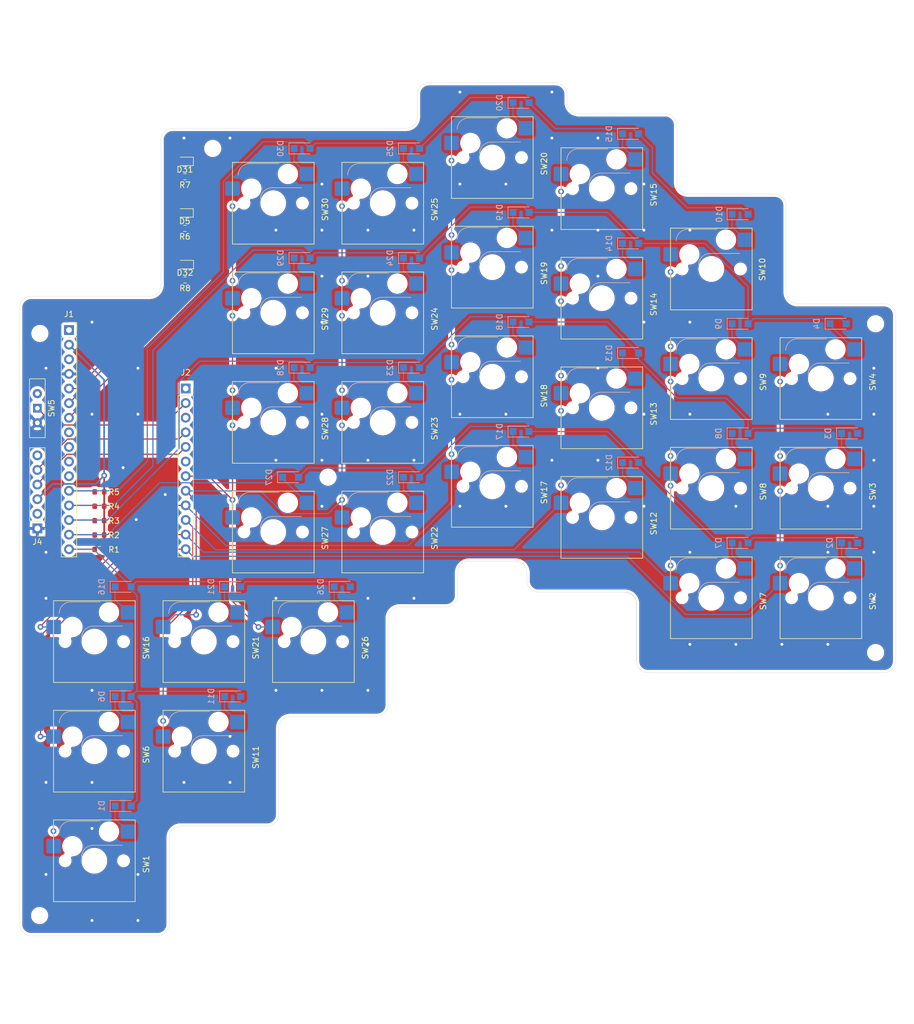
<source format=kicad_pcb>
(kicad_pcb (version 20240108) (generator "pcbnew") (generator_version "8.0")
  (layers (0 "F.Cu" signal) (31 "B.Cu" signal) (34 "B.Paste" user) (35 "F.Paste" user) (36 "B.SilkS" user "B.Silkscreen") (37 "F.SilkS" user "F.Silkscreen") (38 "B.Mask" user) (39 "F.Mask" user) (44 "Edge.Cuts" user))
  (net 0 "")
  (net 1 "/Row_0")
  (net 2 "Net-(D1-K)")
  (net 3 "/Row_1")
  (net 4 "Net-(D2-K)")
  (net 5 "/Row_2")
  (net 6 "Net-(D3-K)")
  (net 7 "/Row_3")
  (net 8 "Net-(D4-K)")
  (net 9 "/Row_4")
  (net 10 "Net-(D6-K)")
  (net 11 "Net-(D7-K)")
  (net 12 "Net-(D8-K)")
  (net 13 "Net-(D9-K)")
  (net 14 "Net-(D10-K)")
  (net 15 "Net-(D11-K)")
  (net 16 "Net-(D12-K)")
  (net 17 "Net-(D13-K)")
  (net 18 "Net-(D14-K)")
  (net 19 "Net-(D15-K)")
  (net 20 "Net-(D16-K)")
  (net 21 "Net-(D17-K)")
  (net 22 "Net-(D18-K)")
  (net 23 "Net-(D19-K)")
  (net 24 "Net-(D20-K)")
  (net 25 "Net-(D21-K)")
  (net 26 "Net-(D22-K)")
  (net 27 "Net-(D23-K)")
  (net 28 "Net-(D24-K)")
  (net 29 "Net-(D25-K)")
  (net 30 "Net-(D26-K)")
  (net 31 "Net-(D27-K)")
  (net 32 "Net-(D28-K)")
  (net 33 "Net-(D29-K)")
  (net 34 "Net-(D30-K)")
  (net 35 "/Col_3")
  (net 36 "/Col_1")
  (net 37 "/Col_5")
  (net 38 "/Col_4")
  (net 39 "/Col_0")
  (net 40 "/Col_2")
  (net 42 "Net-(D5-A)")
  (net 43 "GNDREF")
  (net 44 "Net-(D31-A)")
  (net 45 "+3.3V")
  (net 47 "Net-(D32-A)")
  (net 48 "/RED_LED")
  (net 49 "/GREEN_LED")
  (net 51 "/BLUE_LED")
  (net 52 "unconnected-(J1-Pin_11-Pad11)")
  (net 54 "/UART_TX")
  (net 56 "/EN")
  (net 57 "/UART_RX")
  (footprint "PCM_Switch_Keyboard_Hotswap_Kailh:SW_Hotswap_Kailh_MX_1.00u" (layer "F.Cu") (at 239.77505 102.855)
    (property "Reference" "SW3")
    (property "Value" "SW_Push" (hide yes))
  )
  (footprint "PCM_Switch_Keyboard_Hotswap_Kailh:SW_Hotswap_Kailh_MX_1.00u" (layer "F.Cu") (at 144.52505 91.425)
    (property "Reference" "SW28")
    (property "Value" "SW_Push" (hide yes))
  )
  (footprint "PCM_Switch_Keyboard_Hotswap_Kailh:SW_Hotswap_Kailh_MX_1.00u" (layer "F.Cu") (at 220.72505 83.805)
    (property "Reference" "SW9")
    (property "Value" "SW_Push" (hide yes))
  )
  (footprint "PCM_Switch_Keyboard_Hotswap_Kailh:SW_Hotswap_Kailh_MX_1.00u" (layer "F.Cu") (at 144.52505 110.475)
    (property "Reference" "SW27")
    (property "Value" "SW_Push" (hide yes))
  )
  (footprint "PCM_Switch_Keyboard_Hotswap_Kailh:SW_Hotswap_Kailh_MX_1.00u" (layer "F.Cu") (at 151.51005 129.525)
    (property "Reference" "SW26")
    (property "Value" "SW_Push" (hide yes))
  )
  (footprint "Resistor_SMD:R_0603_1608Metric" (layer "F.Cu") (at 129.195 66.668 180)
    (property "Reference" "R8")
    (property "Value" "R_US" (hide yes))
  )
  (footprint "LED_SMD:LED_0603_1608Metric" (layer "F.Cu") (at 129.175 63.984 180)
    (property "Reference" "D32")
    (property "Value" "LED" (hide yes))
  )
  (footprint "PCM_Switch_Keyboard_Hotswap_Kailh:SW_Hotswap_Kailh_MX_1.00u" (layer "F.Cu") (at 182.62505 83.4875)
    (property "Reference" "SW18")
    (property "Value" "SW_Push" (hide yes))
  )
  (footprint "LED_SMD:LED_0603_1608Metric" (layer "F.Cu") (at 129.135 55.016 180)
    (property "Reference" "D5")
    (property "Value" "LED" (hide yes))
  )
  (footprint "PCM_Switch_Keyboard_Hotswap_Kailh:SW_Hotswap_Kailh_MX_1.00u" (layer "F.Cu") (at 163.57505 110.475)
    (property "Reference" "SW22")
    (property "Value" "SW_Push" (hide yes))
  )
  (footprint "PCM_Switch_Keyboard_Hotswap_Kailh:SW_Hotswap_Kailh_MX_1.00u" (layer "F.Cu") (at 201.67505 107.935)
    (property "Reference" "SW12")
    (property "Value" "SW_Push" (hide yes))
  )
  (footprint "PCM_Switch_Keyboard_Hotswap_Kailh:SW_Hotswap_Kailh_MX_1.00u" (layer "F.Cu") (at 163.57505 72.375)
    (property "Reference" "SW24")
    (property "Value" "SW_Push" (hide yes))
  )
  (footprint "Resistor_SMD:R_0603_1608Metric" (layer "F.Cu") (at 114.295 108.5 180)
    (property "Reference" "R3")
    (property "Value" "R_US" (hide yes))
  )
  (footprint "PCM_Switch_Keyboard_Hotswap_Kailh:SW_Hotswap_Kailh_MX_1.00u" (layer "F.Cu") (at 201.67505 88.885)
    (property "Reference" "SW13")
    (property "Value" "SW_Push" (hide yes))
  )
  (footprint "PCM_Switch_Keyboard_Hotswap_Kailh:SW_Hotswap_Kailh_MX_1.00u" (layer "F.Cu") (at 182.62505 45.3875)
    (property "Reference" "SW20")
    (property "Value" "SW_Push" (hide yes))
  )
  (footprint "PCM_Switch_Keyboard_Hotswap_Kailh:SW_Hotswap_Kailh_MX_1.00u" (layer "F.Cu") (at 144.52505 72.375)
    (property "Reference" "SW29")
    (property "Value" "SW_Push" (hide yes))
  )
  (footprint "PCM_Switch_Keyboard_Hotswap_Kailh:SW_Hotswap_Kailh_MX_1.00u" (layer "F.Cu") (at 220.72505 64.755)
    (property "Reference" "SW10")
    (property "Value" "SW_Push" (hide yes))
  )
  (footprint "Connector_PinSocket_2.54mm:PinSocket_1x16_P2.54mm_Vertical" (layer "F.Cu") (at 109 75.375)
    (property "Reference" "J1")
    (property "Value" "Adafruit_Feather_16_pin" (hide yes))
  )
  (footprint "Resistor_SMD:R_0603_1608Metric" (layer "F.Cu") (at 129.155 57.7 180)
    (property "Reference" "R6")
    (property "Value" "R_US" (hide yes))
  )
  (footprint "PCM_Switch_Keyboard_Hotswap_Kailh:SW_Hotswap_Kailh_MX_1.00u" (layer "F.Cu") (at 239.77505 83.805)
    (property "Reference" "SW4")
    (property "Value" "SW_Push" (hide yes))
  )
  (footprint "PCM_Switch_Keyboard_Hotswap_Kailh:SW_Hotswap_Kailh_MX_1.00u" (layer "F.Cu") (at 132.46005 148.575)
    (property "Reference" "SW11")
    (property "Value" "SW_Push" (hide yes))
  )
  (footprint "PCM_Switch_Keyboard_Hotswap_Kailh:SW_Hotswap_Kailh_MX_1.00u" (layer "F.Cu") (at 220.72505 121.905)
    (property "Reference" "SW7")
    (property "Value" "SW_Push" (hide yes))
  )
  (footprint "PCM_Switch_Keyboard_Hotswap_Kailh:SW_Hotswap_Kailh_MX_1.00u" (layer "F.Cu") (at 239.77505 121.905)
    (property "Reference" "SW2")
    (property "Value" "SW_Push" (hide yes))
  )
  (footprint "LED_SMD:LED_0603_1608Metric" (layer "F.Cu") (at 129.155 46.048 180)
    (property "Reference" "D31")
    (property "Value" "LED" (hide yes))
  )
  (footprint "PCM_Switch_Keyboard_Hotswap_Kailh:SW_Hotswap_Kailh_MX_1.00u" (layer "F.Cu") (at 132.46005 129.525)
    (property "Reference" "SW21")
    (property "Value" "SW_Push" (hide yes))
  )
  (footprint "Resistor_SMD:R_0603_1608Metric" (layer "F.Cu") (at 114.295 106 180)
    (property "Reference" "R4")
    (property "Value" "R_US" (hide yes))
  )
  (footprint "Button_Switch_THT:SW_Slide-03_Wuerth-WS-SLTV_10x2.5x6.4_P2.54mm" (layer "F.Cu") (at 103.5 88.96 90)
    (property "Reference" "SW5")
    (property "Value" "Power enable" (hide yes))
  )
  (footprint "PCM_Switch_Keyboard_Hotswap_Kailh:SW_Hotswap_Kailh_MX_1.00u" (layer "F.Cu") (at 182.62505 64.4375)
    (property "Reference" "SW19")
    (property "Value" "SW_Push" (hide yes))
  )
  (footprint "PCM_Switch_Keyboard_Hotswap_Kailh:SW_Hotswap_Kailh_MX_1.00u" (layer "F.Cu") (at 163.57505 91.425)
    (property "Reference" "SW23")
    (property "Value" "SW_Push" (hide yes))
  )
  (footprint "Connector_PinHeader_2.54mm:PinHeader_1x06_P2.54mm_Vertical" (layer "F.Cu") (at 103.5 109.85 180)
    (property "Reference" "J4")
    (property "Value" "FTDI UART" (hide yes))
  )
  (footprint "PCM_Switch_Keyboard_Hotswap_Kailh:SW_Hotswap_Kailh_MX_1.00u" (layer "F.Cu") (at 201.67505 69.835)
    (property "Reference" "SW14")
    (property "Value" "SW_Push" (hide yes))
  )
  (footprint "PCM_Switch_Keyboard_Hotswap_Kailh:SW_Hotswap_Kailh_MX_1.00u" (layer "F.Cu") (at 201.67505 50.785)
    (property "Reference" "SW15")
    (property "Value" "SW_Push" (hide yes))
  )
  (footprint "Resistor_SMD:R_0603_1608Metric" (layer "F.Cu") (at 114.295 111 180)
    (property "Reference" "R2")
    (property "Value" "R_US" (hide yes))
  )
  (footprint "PCM_Switch_Keyboard_Hotswap_Kailh:SW_Hotswap_Kailh_MX_1.00u" (layer "F.Cu") (at 113.41005 148.575)
    (property "Reference" "SW6")
    (property "Value" "SW_Push" (hide yes))
  )
  (footprint "Connector_PinSocket_2.54mm:PinSocket_1x12_P2.54mm_Vertical" (layer "F.Cu") (at 129.295 85.525)
    (property "Reference" "J2")
    (property "Value" "Adafruit_feather_12_pin" (hide yes))
  )
  (footprint "PCM_Switch_Keyboard_Hotswap_Kailh:SW_Hotswap_Kailh_MX_1.00u" (layer "F.Cu") (at 113.41005 129.525)
    (property "Reference" "SW16")
    (property "Value" "SW_Push" (hide yes))
  )
  (footprint "Resistor_SMD:R_0603_1608Metric" (layer "F.Cu") (at 129.175 48.732 180)
    (property "Reference" "R7")
    (property "Value" "R_US" (hide yes))
  )
  (footprint "PCM_Switch_Keyboard_Hotswap_Kailh:SW_Hotswap_Kailh_MX_1.00u" (layer "F.Cu") (at 163.575 53.325)
    (property "Reference" "SW25")
    (property "Value" "SW_Push" (hide yes))
  )
  (footprint "Resistor_SMD:R_0603_1608Metric" (layer "F.Cu") (at 114.295 113.5 180)
    (property "Reference" "R1")
    (property "Value" "R_US" (hide yes))
  )
  (footprint "PCM_Switch_Keyboard_Hotswap_Kailh:SW_Hotswap_Kailh_MX_1.00u" (layer "F.Cu") (at 182.62505 102.5375)
    (property "Reference" "SW17")
    (property "Value" "SW_Push" (hide yes))
  )
  (footprint "PCM_Switch_Keyboard_Hotswap_Kailh:SW_Hotswap_Kailh_MX_1.00u" (layer "F.Cu") (at 144.525 53.325)
    (property "Reference" "SW30")
    (property "Value" "SW_Push" (hide yes))
  )
  (footprint "PCM_Switch_Keyboard_Hotswap_Kailh:SW_Hotswap_Kailh_MX_1.00u" (layer "F.Cu") (at 113.41005 167.625)
    (property "Reference" "SW1")
    (property "Value" "SW_Push" (hide yes))
  )
  (footprint "Resistor_SMD:R_0603_1608Metric" (layer "F.Cu") (at 114.295 103.5 180)
    (property "Reference" "R5")
    (property "Value" "R_US" (hide yes))
  )
  (footprint "PCM_Switch_Keyboard_Hotswap_Kailh:SW_Hotswap_Kailh_MX_1.00u" (layer "F.Cu") (at 220.72505 102.855)
    (property "Reference" "SW8")
    (property "Value" "SW_Push" (hide yes))
  )
  (footprint "Diode_SMD:Nexperia_CFP3_SOD-123W" (layer "B.Cu") (at 225.72505 112.38)
    (property "Reference" "D7")
    (property "Value" "D" (hide yes))
  )
  (footprint "MountingHole:MountingHole_2.5mm" (layer "B.Cu") (at 154.05005 100.95 180)
    (property "Reference" "H4" (hide yes))
    (property "Value" "MountingHole" (hide yes))
  )
  (footprint "Diode_SMD:Nexperia_CFP3_SOD-123W" (layer "B.Cu") (at 187.62505 54.9125)
    (property "Reference" "D19")
    (property "Value" "D" (hide yes))
  )
  (footprint "Diode_SMD:Nexperia_CFP3_SOD-123W" (layer "B.Cu") (at 206.67505 41.26)
    (property "Reference" "D15")
    (property "Value" "D" (hide yes))
  )
  (footprint "Diode_SMD:Nexperia_CFP3_SOD-123W" (layer "B.Cu") (at 187.62505 93.0125)
    (property "Reference" "D17")
    (property "Value" "D" (hide yes))
  )
  (footprint "Diode_SMD:Nexperia_CFP3_SOD-123W" (layer "B.Cu") (at 168.57505 62.85)
    (property "Reference" "D24")
    (property "Value" "D" (hide yes))
  )
  (footprint "Diode_SMD:Nexperia_CFP3_SOD-123W" (layer "B.Cu") (at 168.575 43.8)
    (property "Reference" "D25")
    (property "Value" "D" (hide yes))
  )
  (footprint "Diode_SMD:Nexperia_CFP3_SOD-123W" (layer "B.Cu") (at 225.72505 74.28)
    (property "Reference" "D9")
    (property "Value" "D" (hide yes))
  )
  (footprint "MountingHole:MountingHole_2.5mm" (layer "B.Cu") (at 249.3 131.43 180)
    (property "Reference" "H1" (hide yes))
    (property "Value" "MountingHole" (hide yes))
  )
  (footprint "Diode_SMD:Nexperia_CFP3_SOD-123W" (layer "B.Cu") (at 225.72505 55.23)
    (property "Reference" "D10")
    (property "Value" "D" (hide yes))
  )
  (footprint "Diode_SMD:Nexperia_CFP3_SOD-123W" (layer "B.Cu") (at 206.67505 98.41)
    (property "Reference" "D12")
    (property "Value" "D" (hide yes))
  )
  (footprint "Diode_SMD:Nexperia_CFP3_SOD-123W" (layer "B.Cu") (at 244.77505 93.33)
    (property "Reference" "D3")
    (property "Value" "D" (hide yes))
  )
  (footprint "MountingHole:MountingHole_2.5mm" (layer "B.Cu") (at 249.3 74.28 180)
    (property "Reference" "H3" (hide yes))
    (property "Value" "MountingHole" (hide yes))
  )
  (footprint "Diode_SMD:Nexperia_CFP3_SOD-123W" (layer "B.Cu") (at 118.41005 120)
    (property "Reference" "D16")
    (property "Value" "D" (hide yes))
  )
  (footprint "Diode_SMD:Nexperia_CFP3_SOD-123W" (layer "B.Cu") (at 147.52505 100.95)
    (property "Reference" "D27")
    (property "Value" "D" (hide yes))
  )
  (footprint "Diode_SMD:Nexperia_CFP3_SOD-123W" (layer "B.Cu") (at 206.67505 79.36)
    (property "Reference" "D13")
    (property "Value" "D" (hide yes))
  )
  (footprint "Diode_SMD:Nexperia_CFP3_SOD-123W" (layer "B.Cu") (at 149.52505 62.85)
    (property "Reference" "D29")
    (property "Value" "D" (hide yes))
  )
  (footprint "Diode_SMD:Nexperia_CFP3_SOD-123W" (layer "B.Cu") (at 187.62505 35.8625)
    (property "Reference" "D20")
    (property "Value" "D" (hide yes))
  )
  (footprint "Diode_SMD:Nexperia_CFP3_SOD-123W" (layer "B.Cu") (at 137.46005 120)
    (property "Reference" "D21")
    (property "Value" "D")
  )
  (footprint "Diode_SMD:Nexperia_CFP3_SOD-123W" (layer "B.Cu") (at 244.77505 112.38)
    (property "Reference" "D2")
    (property "Value" "D" (hide yes))
  )
  (footprint "Diode_SMD:Nexperia_CFP3_SOD-123W" (layer "B.Cu") (at 225.72505 93.33)
    (property "Reference" "D8")
    (property "Value" "D" (hide yes))
  )
  (footprint "MountingHole:MountingHole_2.5mm" (layer "B.Cu") (at 134 43.8 180)
    (property "Reference" "H5" (hide yes))
    (property "Value" "MountingHole" (hide yes))
  )
  (footprint "Diode_SMD:Nexperia_CFP3_SOD-123W" (layer "B.Cu") (at 156.51005 120)
    (property "Reference" "D26")
    (property "Value" "D")
  )
  (footprint "MountingHole:MountingHole_2.5mm" (layer "B.Cu") (at 103.885 177.15 180)
    (property "Reference" "H2" (hide yes))
    (property "Value" "MountingHole" (hide yes))
  )
  (footprint "Diode_SMD:Nexperia_CFP3_SOD-123W" (layer "B.Cu") (at 137.46005 139.05)
    (property "Reference" "D11")
    (property "Value" "D" (hide yes))
  )
  (footprint "Diode_SMD:Nexperia_CFP3_SOD-123W" (layer "B.Cu") (at 168.57505 100.95)
    (property "Reference" "D22")
    (property "Value" "D" (hide yes))
  )
  (footprint "Diode_SMD:Nexperia_CFP3_SOD-123W" (layer "B.Cu") (at 187.62505 73.9625)
    (property "Reference" "D18")
    (property "Value" "D" (hide yes))
  )
  (footprint "Diode_SMD:Nexperia_CFP3_SOD-123W" (layer "B.Cu") (at 149.525 43.8)
    (property "Reference" "D30")
    (property "Value" "D" (hide yes))
  )
  (footprint "Diode_SMD:Nexperia_CFP3_SOD-123W" (layer "B.Cu") (at 206.67505 60.31)
    (property "Reference" "D14")
    (property "Value" "D" (hide yes))
  )
  (footprint "Diode_SMD:Nexperia_CFP3_SOD-123W" (layer "B.Cu") (at 149.52505 81.9)
    (property "Reference" "D28")
    (property "Value" "D" (hide yes))
  )
  (footprint "MountingHole:MountingHole_2.5mm" (layer "B.Cu") (at 103.940083 75.962305 180)
    (property "Reference" "H6" (hide yes))
    (property "Value" "MountingHole" (hide yes))
  )
  (footprint "Diode_SMD:Nexperia_CFP3_SOD-123W" (layer "B.Cu") (at 118.41005 158.1)
    (property "Reference" "D1")
    (property "Value" "D" (hide yes))
  )
  (footprint "Diode_SMD:Nexperia_CFP3_SOD-123W" (layer "B.Cu") (at 168.57505 81.9)
    (property "Reference" "D23")
    (property "Value" "D" (hide yes))
  )
  (footprint "Diode_SMD:Nexperia_CFP3_SOD-123W" (layer "B.Cu") (at 242.77505 74.28)
    (property "Reference" "D4")
    (property "Value" "D" (hide yes))
  )
  (footprint "Diode_SMD:Nexperia_CFP3_SOD-123W" (layer "B.Cu") (at 118.41005 139.05)
    (property "Reference" "D6")
    (property "Value" "D" (hide yes))
  )
  (gr_arc (start 197.65 37.76) (mid 196.235786 37.174214) (end 195.65 35.76) (stroke (width 0.05)) (layer "Edge.Cuts"))
  (gr_arc (start 164.535 125.5) (mid 165.120786 124.085786) (end 166.535 123.5) (stroke (width 0.05)) (layer "Edge.Cuts"))
  (gr_arc (start 176.6 117.5625) (mid 177.185786 116.148286) (end 178.6 115.5625) (stroke (width 0.05)) (layer "Edge.Cuts"))
  (gr_line (start 174.6 123.5) (end 166.535 123.5) (stroke (width 0.05)) (layer "Edge.Cuts"))
  (gr_line (start 167.6 40.3) (end 127 40.3) (stroke (width 0.05)) (layer "Edge.Cuts"))
  (gr_line (start 145.485 144.55) (end 145.485 159.6) (stroke (width 0.05)) (layer "Edge.Cuts"))
  (gr_line (start 193.65 32.3625) (end 171.6 32.3625) (stroke (width 0.05)) (layer "Edge.Cuts"))
  (gr_arc (start 231.75 51.73) (mid 233.164214 52.315786) (end 233.75 53.73) (stroke (width 0.05)) (layer "Edge.Cuts"))
  (gr_arc (start 205.7 120.96) (mid 207.114214 121.545786) (end 207.7 122.96) (stroke (width 0.1)) (layer "Edge.Cuts"))
  (gr_line (start 250.8 134.93) (end 209.7 134.93) (stroke (width 0.05)) (layer "Edge.Cuts"))
  (gr_arc (start 209.7 134.93) (mid 208.285786 134.344214) (end 207.7 132.93) (stroke (width 0.05)) (layer "Edge.Cuts"))
  (gr_arc (start 193.65 32.3625) (mid 195.064214 32.948286) (end 195.65 34.3625) (stroke (width 0.05)) (layer "Edge.Cuts"))
  (gr_arc (start 126.435 163.6) (mid 127.020786 162.185786) (end 128.435 161.6) (stroke (width 0.05)) (layer "Edge.Cuts"))
  (gr_line (start 176.6 117.5625) (end 176.6 121.5) (stroke (width 0.05)) (layer "Edge.Cuts"))
  (gr_arc (start 252.8 132.93) (mid 252.214214 134.344214) (end 250.8 134.93) (stroke (width 0.05)) (layer "Edge.Cuts"))
  (gr_line (start 207.7 122.96) (end 207.7 132.93) (stroke (width 0.1)) (layer "Edge.Cuts"))
  (gr_arc (start 169.6 38.3) (mid 169.014214 39.714214) (end 167.6 40.3) (stroke (width 0.05)) (layer "Edge.Cuts"))
  (gr_arc (start 250.8 70.78) (mid 252.214214 71.365786) (end 252.8 72.78) (stroke (width 0.05)) (layer "Edge.Cuts"))
  (gr_line (start 235.75 70.78) (end 250.8 70.78) (stroke (width 0.05)) (layer "Edge.Cuts"))
  (gr_line (start 124.435 180.65) (end 102.385 180.65) (stroke (width 0.05)) (layer "Edge.Cuts"))
  (gr_line (start 195.65 34.3625) (end 195.65 35.76) (stroke (width 0.05)) (layer "Edge.Cuts"))
  (gr_arc (start 145.485 144.55) (mid 146.070786 143.135786) (end 147.485 142.55) (stroke (width 0.05)) (layer "Edge.Cuts"))
  (gr_line (start 123 69.5) (end 102.385 69.5) (stroke (width 0.05)) (layer "Edge.Cuts"))
  (gr_arc (start 100.385 71.5) (mid 100.970786 70.085786) (end 102.385 69.5) (stroke (width 0.05)) (layer "Edge.Cuts"))
  (gr_arc (start 190.65 120.96) (mid 189.235786 120.374214) (end 188.65 118.96) (stroke (width 0.05)) (layer "Edge.Cuts"))
  (gr_line (start 233.75 53.73) (end 233.75 68.78) (stroke (width 0.05)) (layer "Edge.Cuts"))
  (gr_line (start 214.7 39.76) (end 214.7 49.73) (stroke (width 0.05)) (layer "Edge.Cuts"))
  (gr_arc (start 125 42.3) (mid 125.585786 40.885786) (end 127 40.3) (stroke (width 0.05)) (layer "Edge.Cuts"))
  (gr_arc (start 164.535 140.55) (mid 163.949214 141.964214) (end 162.535 142.55) (stroke (width 0.05)) (layer "Edge.Cuts"))
  (gr_line (start 197.65 37.76) (end 212.7 37.76) (stroke (width 0.05)) (layer "Edge.Cuts"))
  (gr_arc (start 216.7 51.73) (mid 215.285786 51.144214) (end 214.7 49.73) (stroke (width 0.05)) (layer "Edge.Cuts"))
  (gr_arc (start 145.485 159.6) (mid 144.899214 161.014214) (end 143.485 161.6) (stroke (width 0.05)) (layer "Edge.Cuts"))
  (gr_line (start 126.435 163.6) (end 126.435 178.65) (stroke (width 0.05)) (layer "Edge.Cuts"))
  (gr_arc (start 235.75 70.78) (mid 234.335786 70.194214) (end 233.75 68.78) (stroke (width 0.05)) (layer "Edge.Cuts"))
  (gr_arc (start 102.385 180.65) (mid 100.970786 180.064214) (end 100.385 178.65) (stroke (width 0.05)) (layer "Edge.Cuts"))
  (gr_arc (start 125 67.5) (mid 124.414214 68.914214) (end 123 69.5) (stroke (width 0.05)) (layer "Edge.Cuts"))
  (gr_line (start 125 42.3) (end 125 67.5) (stroke (width 0.05)) (layer "Edge.Cuts"))
  (gr_arc (start 169.6 34.3625) (mid 170.185786 32.948286) (end 171.6 32.3625) (stroke (width 0.05)) (layer "Edge.Cuts"))
  (gr_line (start 188.65 118.96) (end 188.65 117.5625) (stroke (width 0.05)) (layer "Edge.Cuts"))
  (gr_line (start 252.8 72.78) (end 252.8 132.93) (stroke (width 0.05)) (layer "Edge.Cuts"))
  (gr_arc (start 212.7 37.76) (mid 214.114214 38.345786) (end 214.7 39.76) (stroke (width 0.05)) (layer "Edge.Cuts"))
  (gr_line (start 169.6 38.3) (end 169.6 34.3625) (stroke (width 0.05)) (layer "Edge.Cuts"))
  (gr_line (start 162.535 142.55) (end 147.485 142.55) (stroke (width 0.05)) (layer "Edge.Cuts"))
  (gr_line (start 143.485 161.6) (end 128.435 161.6) (stroke (width 0.05)) (layer "Edge.Cuts"))
  (gr_line (start 186.65 115.5625) (end 178.6 115.5625) (stroke (width 0.05)) (layer "Edge.Cuts"))
  (gr_arc (start 176.6 121.5) (mid 176.014214 122.914214) (end 174.6 123.5) (stroke (width 0.05)) (layer "Edge.Cuts"))
  (gr_line (start 164.535 125.5) (end 164.535 140.55) (stroke (width 0.05)) (layer "Edge.Cuts"))
  (gr_arc (start 186.65 115.5625) (mid 188.064214 116.148286) (end 188.65 117.5625) (stroke (width 0.05)) (layer "Edge.Cuts"))
  (gr_line (start 205.7 120.96) (end 190.65 120.96) (stroke (width 0.05)) (layer "Edge.Cuts"))
  (gr_line (start 216.7 51.73) (end 231.75 51.73) (stroke (width 0.05)) (layer "Edge.Cuts"))
  (gr_arc (start 126.435 178.65) (mid 125.849214 180.064214) (end 124.435 180.65) (stroke (width 0.05)) (layer "Edge.Cuts"))
  (gr_line (start 100.385 71.5) (end 100.385 178.65) (stroke (width 0.05)) (layer "Edge.Cuts"))
  (segment (start 109 113.475) (end 113.445 113.475) (width 0.2) (layer "F.Cu") (net 1))
  (segment (start 113.445 113.475) (end 113.47 113.5) (width 0.2) (layer "F.Cu") (net 1))
  (segment (start 120.82705 157.083) (end 119.81005 158.1) (width 0.2) (layer "B.Cu") (net 1))
  (segment (start 137.96005 138.15) (end 138.86005 139.05) (width 0.2) (layer "B.Cu") (net 1))
  (segment (start 120.82705 140.067) (end 120.82705 157.083) (width 0.2) (layer "B.Cu") (net 1))
  (segment (start 120.71005 138.15) (end 137.96005 138.15) (width 0.2) (layer "B.Cu") (net 1))
  (segment (start 120.71005 119.1) (end 137.96005 119.1) (width 0.2) (layer "B.Cu") (net 1))
  (segment (start 138.86005 120) (end 139.76005 119.1) (width 0.2) (layer "B.Cu") (net 1))
  (segment (start 139.76005 119.1) (end 157.01005 119.1) (width 0.2) (layer "B.Cu") (net 1))
  (segment (start 119.81005 120.50117) (end 120.82705 121.51817) (width 0.2) (layer "B.Cu") (net 1))
  (segment (start 119.81005 120) (end 119.81005 120.50117) (width 0.2) (layer "B.Cu") (net 1))
  (segment (start 157.01005 119.1) (end 157.91005 120) (width 0.2) (layer "B.Cu") (net 1))
  (segment (start 113.28505 113.475) (end 119.81005 120) (width 0.2) (layer "B.Cu") (net 1))
  (segment (start 119.81005 139.05) (end 120.82705 140.067) (width 0.2) (layer "B.Cu") (net 1))
  (segment (start 120.82705 121.51817) (end 120.82705 138.033) (width 0.2) (layer "B.Cu") (net 1))
  (segment (start 119.81005 139.05) (end 120.71005 138.15) (width 0.2) (layer "B.Cu") (net 1))
  (segment (start 119.81005 120) (end 120.71005 119.1) (width 0.2) (layer "B.Cu") (net 1))
  (segment (start 137.96005 119.1) (end 138.86005 120) (width 0.2) (layer "B.Cu") (net 1))
  (segment (start 109 113.475) (end 113.28505 113.475) (width 0.2) (layer "B.Cu") (net 1))
  (segment (start 120.82705 138.033) (end 119.81005 139.05) (width 0.2) (layer "B.Cu") (net 1))
  (segment (start 117.01005 160.303) (end 119.25205 162.545) (width 0.2) (layer "B.Cu") (net 2))
  (segment (start 117.01005 158.1) (end 117.01005 160.303) (width 0.2) (layer "B.Cu") (net 2))
  (segment (start 109 110.935) (end 113.405 110.935) (width 0.2) (layer "F.Cu") (net 3))
  (segment (start 113.405 110.935) (end 113.47 111) (width 0.2) (layer "F.Cu") (net 3))
  (segment (start 208.07505 98.41) (end 221.14505 111.48) (width 0.2) (layer "B.Cu") (net 3))
  (segment (start 245.27505 111.48) (end 246.17505 112.38) (width 0.2) (layer "B.Cu") (net 3))
  (segment (start 188.12505 92.1125) (end 189.02505 93.0125) (width 0.2) (layer "B.Cu") (net 3))
  (segment (start 148.92505 100.95) (end 150.52505 99.35) (width 0.2) (layer "B.Cu") (net 3))
  (segment (start 226.22505 111.48) (end 227.12505 112.38) (width 0.2) (layer "B.Cu") (net 3))
  (segment (start 148.02505 100.05) (end 148.92505 100.95) (width 0.2) (layer "B.Cu") (net 3))
  (segment (start 169.97505 100.95) (end 178.81255 92.1125) (width 0.2) (layer "B.Cu") (net 3))
  (segment (start 109 110.935) (end 115.754071 110.935) (width 0.2) (layer "B.Cu") (net 3))
  (segment (start 221.14505 111.48) (end 226.22505 111.48) (width 0.2) (layer "B.Cu") (net 3))
  (segment (start 178.81255 92.1125) (end 188.12505 92.1125) (width 0.2) (layer "B.Cu") (net 3))
  (segment (start 202.67755 93.0125) (end 208.07505 98.41) (width 0.2) (layer "B.Cu") (net 3))
  (segment (start 227.12505 112.38) (end 228.02505 111.48) (width 0.2) (layer "B.Cu") (net 3))
  (segment (start 143.36005 101.915) (end 145.22505 100.05) (width 0.2) (layer "B.Cu") (net 3))
  (segment (start 145.22505 100.05) (end 148.02505 100.05) (width 0.2) (layer "B.Cu") (net 3))
  (segment (start 168.37505 99.35) (end 169.97505 100.95) (width 0.2) (layer "B.Cu") (net 3))
  (segment (start 150.52505 99.35) (end 168.37505 99.35) (width 0.2) (layer "B.Cu") (net 3))
  (segment (start 189.02505 93.0125) (end 202.67755 93.0125) (width 0.2) (layer "B.Cu") (net 3))
  (segment (start 124.774071 101.915) (end 143.36005 101.915) (width 0.2) (layer "B.Cu") (net 3))
  (segment (start 115.754071 110.935) (end 124.774071 101.915) (width 0.2) (layer "B.Cu") (net 3))
  (segment (start 228.02505 111.48) (end 245.27505 111.48) (width 0.2) (layer "B.Cu") (net 3))
  (segment (start 243.37505 114.583) (end 245.61705 116.825) (width 0.2) (layer "B.Cu") (net 4))
  (segment (start 243.37505 112.38) (end 243.37505 114.583) (width 0.2) (layer "B.Cu") (net 4))
  (segment (start 109 108.395) (end 113.365 108.395) (width 0.2) (layer "F.Cu") (net 5))
  (segment (start 113.365 108.395) (end 113.47 108.5) (width 0.2) (layer "F.Cu") (net 5))
  (segment (start 208.07505 79.36) (end 208.07505 80.506107) (width 0.2) (layer "B.Cu") (net 5))
  (segment (start 227.12505 93.33) (end 228.02505 92.43) (width 0.2) (layer "B.Cu") (net 5))
  (segment (start 131.744019 80.775981) (end 149.801031 80.775981) (width 0.2) (layer "B.Cu") (net 5))
  (segment (start 188.12505 73.0625) (end 189.02505 73.9625) (width 0.2) (layer "B.Cu") (net 5))
  (segment (start 151.82505 81) (end 169.07505 81) (width 0.2) (layer "B.Cu") (net 5))
  (segment (start 150.92505 81.9) (end 151.82505 81) (width 0.2) (layer "B.Cu") (net 5))
  (segment (start 109 108.395) (end 115.691837 108.395) (width 0.2) (layer "B.Cu") (net 5))
  (segment (start 169.07505 81) (end 169.97505 81.9) (width 0.2) (layer "B.Cu") (net 5))
  (segment (start 189.02505 73.9625) (end 202.67755 73.9625) (width 0.2) (layer "B.Cu") (net 5))
  (segment (start 128.145 84.375) (end 131.744019 80.775981) (width 0.2) (layer "B.Cu") (net 5))
  (segment (start 245.27505 92.43) (end 246.17505 93.33) (width 0.2) (layer "B.Cu") (net 5))
  (segment (start 223.301596 87.216896) (end 227.119332 91.034632) (width 0.2) (layer "B.Cu") (net 5))
  (segment (start 149.801031 80.775981) (end 150.92505 81.9) (width 0.2) (layer "B.Cu") (net 5))
  (segment (start 169.97505 81.9) (end 178.81255 73.0625) (width 0.2) (layer "B.Cu") (net 5))
  (segment (start 214.785839 87.216896) (end 223.301596 87.216896) (width 0.2) (layer "B.Cu") (net 5))
  (segment (start 178.81255 73.0625) (end 188.12505 73.0625) (width 0.2) (layer "B.Cu") (net 5))
  (segment (start 115.691837 108.395) (end 128.145 95.941837) (width 0.2) (layer "B.Cu") (net 5))
  (segment (start 228.02505 92.43) (end 245.27505 92.43) (width 0.2) (layer "B.Cu") (net 5))
  (segment (start 128.145 95.941837) (end 128.145 84.375) (width 0.2) (layer "B.Cu") (net 5))
  (segment (start 227.119332 91.034632) (end 227.119332 93.324282) (width 0.2) (layer "B.Cu") (net 5))
  (segment (start 202.67755 73.9625) (end 208.07505 79.36) (width 0.2) (layer "B.Cu") (net 5))
  (segment (start 227.119332 93.324282) (end 227.12505 93.33) (width 0.2) (layer "B.Cu") (net 5))
  (segment (start 208.07505 80.506107) (end 214.785839 87.216896) (width 0.2) (layer "B.Cu") (net 5))
  (segment (start 243.37505 93.33) (end 243.37505 95.533) (width 0.2) (layer "B.Cu") (net 6))
  (segment (start 243.37505 95.533) (end 245.61705 97.775) (width 0.2) (layer "B.Cu") (net 6))
  (segment (start 109 105.855) (end 113.325 105.855) (width 0.2) (layer "F.Cu") (net 7))
  (segment (start 113.325 105.855) (end 113.47 106) (width 0.2) (layer "F.Cu") (net 7))
  (segment (start 243.27505 73.38) (end 244.17505 74.28) (width 0.2) (layer "B.Cu") (net 7))
  (segment (start 169.07505 61.95) (end 169.97505 62.85) (width 0.2) (layer "B.Cu") (net 7))
  (segment (start 189.02505 54.9125) (end 202.67755 54.9125) (width 0.2) (layer "B.Cu") (net 7))
  (segment (start 149.55007 61.47502) (end 150.92505 62.85) (width 0.2) (layer "B.Cu") (net 7))
  (segment (start 151.82505 61.95) (end 169.07505 61.95) (width 0.2) (layer "B.Cu") (net 7))
  (segment (start 227.12505 74.28) (end 228.02505 73.38) (width 0.2) (layer "B.Cu") (net 7))
  (segment (start 208.07505 60.31) (end 219.627638 60.31) (width 0.2) (layer "B.Cu") (net 7))
  (segment (start 219.627638 60.31) (end 227.12505 67.807412) (width 0.2) (layer "B.Cu") (net 7))
  (segment (start 116.750329 105.855) (end 123.602444 99.002885) (width 0.2) (layer "B.Cu") (net 7))
  (segment (start 178.81255 54.0125) (end 188.12505 54.0125) (width 0.2) (layer "B.Cu") (net 7))
  (segment (start 150.92505 62.85) (end 151.82505 61.95) (width 0.2) (layer "B.Cu") (net 7))
  (segment (start 228.02505 73.38) (end 243.27505 73.38) (width 0.2) (layer "B.Cu") (net 7))
  (segment (start 123.602444 99.002885) (end 123.602444 78.89307) (width 0.2) (layer "B.Cu") (net 7))
  (segment (start 169.97505 62.85) (end 178.81255 54.0125) (width 0.2) (layer "B.Cu") (net 7))
  (segment (start 227.12505 67.807412) (end 227.12505 74.28) (width 0.2) (layer "B.Cu") (net 7))
  (segment (start 202.67755 54.9125) (end 208.07505 60.31) (width 0.2) (layer "B.Cu") (net 7))
  (segment (start 188.12505 54.0125) (end 189.02505 54.9125) (width 0.2) (layer "B.Cu") (net 7))
  (segment (start 109 105.855) (end 116.750329 105.855) (width 0.2) (layer "B.Cu") (net 7))
  (segment (start 123.602444 78.89307) (end 141.020494 61.47502) (width 0.2) (layer "B.Cu") (net 7))
  (segment (start 141.020494 61.47502) (end 149.55007 61.47502) (width 0.2) (layer "B.Cu") (net 7))
  (segment (start 241.37505 74.28) (end 241.37505 74.483) (width 0.2) (layer "B.Cu") (net 8))
  (segment (start 241.37505 74.483) (end 245.61705 78.725) (width 0.2) (layer "B.Cu") (net 8))
  (segment (start 109 103.315) (end 113.285 103.315) (width 0.2) (layer "F.Cu") (net 9))
  (segment (start 113.285 103.315) (end 113.47 103.5) (width 0.2) (layer "F.Cu") (net 9))
  (segment (start 208.07505 41.26) (end 210.4696 43.65455) (width 0.2) (layer "B.Cu") (net 9))
  (segment (start 178.8125 34.9625) (end 188.12505 34.9625) (width 0.2) (layer "B.Cu") (net 9))
  (segment (start 169.075 42.9) (end 169.975 43.8) (width 0.2) (layer "B.Cu") (net 9))
  (segment (start 193.52255 40.36) (end 207.17505 40.36) (width 0.2) (layer "B.Cu") (net 9))
  (segment (start 207.17505 40.36) (end 208.07505 41.26) (width 0.2) (layer "B.Cu") (net 9))
  (segment (start 109 103.315) (end 117.493527 103.315) (width 0.2) (layer "B.Cu") (net 9))
  (segment (start 135.865 65.264971) (end 135.865 49.550256) (width 0.2) (layer "B.Cu") (net 9))
  (segment (start 117.493527 103.315) (end 122.620392 98.188135) (width 0.2) (layer "B.Cu") (net 9))
  (segment (start 151.825 42.9) (end 169.075 42.9) (width 0.2) (layer "B.Cu") (net 9))
  (segment (start 210.4696 43.65455) (end 210.4696 48.067449) (width 0.2) (layer "B.Cu") (net 9))
  (segment (start 149.772566 42.647566) (end 150.925 43.8) (width 0.2) (layer "B.Cu") (net 9))
  (segment (start 226.002207 54.107157) (end 227.12505 55.23) (width 0.2) (layer "B.Cu") (net 9))
  (segment (start 142.76769 42.647566) (end 149.772566 42.647566) (width 0.2) (layer "B.Cu") (net 9))
  (segment (start 188.12505 34.9625) (end 189.02505 35.8625) (width 0.2) (layer "B.Cu") (net 9))
  (segment (start 210.4696 48.067449) (end 216.509308 54.107157) (width 0.2) (layer "B.Cu") (net 9))
  (segment (start 122.620392 98.188135) (end 122.620392 78.509579) (width 0.2) (layer "B.Cu") (net 9))
  (segment (start 169.975 43.8) (end 178.8125 34.9625) (width 0.2) (layer "B.Cu") (net 9))
  (segment (start 216.509308 54.107157) (end 226.002207 54.107157) (width 0.2) (layer "B.Cu") (net 9))
  (segment (start 150.925 43.8) (end 151.825 42.9) (width 0.2) (layer "B.Cu") (net 9))
  (segment (start 189.02505 35.8625) (end 193.52255 40.36) (width 0.2) (layer "B.Cu") (net 9))
  (segment (start 135.865 49.550256) (end 142.76769 42.647566) (width 0.2) (layer "B.Cu") (net 9))
  (segment (start 109 103.305) (end 109 103.525) (width 0.2) (layer "B.Cu") (net 9))
  (segment (start 122.620392 78.509579) (end 135.865 65.264971) (width 0.2) (layer "B.Cu") (net 9))
  (segment (start 117.01005 141.253) (end 119.25205 143.495) (width 0.2) (layer "B.Cu") (net 10))
  (segment (start 117.01005 139.05) (end 117.01005 141.253) (width 0.2) (layer "B.Cu") (net 10))
  (segment (start 224.32505 112.38) (end 224.32505 114.583) (width 0.2) (layer "B.Cu") (net 11))
  (segment (start 224.32505 114.583) (end 226.56705 116.825) (width 0.2) (layer "B.Cu") (net 11))
  (segment (start 224.32505 95.533) (end 226.56705 97.775) (width 0.2) (layer "B.Cu") (net 12))
  (segment (start 224.32505 93.33) (end 224.32505 95.533) (width 0.2) (layer "B.Cu") (net 12))
  (segment (start 224.32505 74.28) (end 224.32505 76.483) (width 0.2) (layer "B.Cu") (net 13))
  (segment (start 224.32505 76.483) (end 226.56705 78.725) (width 0.2) (layer "B.Cu") (net 13))
  (segment (start 224.32505 57.433) (end 226.56705 59.675) (width 0.2) (layer "B.Cu") (net 14))
  (segment (start 224.32505 55.23) (end 224.32505 57.433) (width 0.2) (layer "B.Cu") (net 14))
  (segment (start 136.06005 139.05) (end 136.06005 141.253) (width 0.2) (layer "B.Cu") (net 15))
  (segment (start 136.06005 141.253) (end 138.30205 143.495) (width 0.2) (layer "B.Cu") (net 15))
  (segment (start 205.27505 100.613) (end 207.51705 102.855) (width 0.2) (layer "B.Cu") (net 16))
  (segment (start 205.27505 98.41) (end 205.27505 100.613) (width 0.2) (layer "B.Cu") (net 16))
  (segment (start 205.27505 81.563) (end 207.51705 83.805) (width 0.2) (layer "B.Cu") (net 17))
  (segment (start 205.27505 79.36) (end 205.27505 81.563) (width 0.2) (layer "B.Cu") (net 17))
  (segment (start 205.27505 60.31) (end 205.27505 62.513) (width 0.2) (layer "B.Cu") (net 18))
  (segment (start 205.27505 62.513) (end 207.51705 64.755) (width 0.2) (layer "B.Cu") (net 18))
  (segment (start 205.27505 41.26) (end 205.27505 43.463) (width 0.2) (layer "B.Cu") (net 19))
  (segment (start 205.27505 43.463) (end 207.51705 45.705) (width 0.2) (layer "B.Cu") (net 19))
  (segment (start 117.01005 120) (end 117.01005 122.203) (width 0.2) (layer "B.Cu") (net 20))
  (segment (start 117.01005 122.203) (end 119.25205 124.445) (width 0.2) (layer "B.Cu") (net 20))
  (segment (start 186.22505 93.0125) (end 186.22505 95.2155) (width 0.2) (layer "B.Cu") (net 21))
  (segment (start 186.22505 95.2155) (end 188.46705 97.4575) (width 0.2) (layer "B.Cu") (net 21))
  (segment (start 186.22505 76.1655) (end 188.46705 78.4075) (width 0.2) (layer "B.Cu") (net 22))
  (segment (start 186.22505 73.9625) (end 186.22505 76.1655) (width 0.2) (layer "B.Cu") (net 22))
  (segment (start 186.22505 57.1155) (end 188.46705 59.3575) (width 0.2) (layer "B.Cu") (net 23))
  (segment (start 186.22505 54.9125) (end 186.22505 57.1155) (width 0.2) (layer "B.Cu") (net 23))
  (segment (start 186.22505 35.8625) (end 186.22505 38.0655) (width 0.2) (layer "B.Cu") (net 24))
  (segment (start 186.22505 38.0655) (end 188.46705 40.3075) (width 0.2) (layer "B.Cu") (net 24))
  (segment (start 136.06005 120) (end 136.06005 122.203) (width 0.2) (layer "B.Cu") (net 25))
  (segment (start 136.06005 122.203) (end 138.30205 124.445) (width 0.2) (layer "B.Cu") (net 25))
  (segment (start 167.17505 100.95) (end 167.17505 103.153) (width 0.2) (layer "B.Cu") (net 26))
  (segment (start 167.17505 103.153) (end 169.41705 105.395) (width 0.2) (layer "B.Cu") (net 26))
  (segment (start 167.17505 81.9) (end 167.17505 84.103) (width 0.2) (layer "B.Cu") (net 27))
  (segment (start 167.17505 84.103) (end 169.41705 86.345) (width 0.2) (layer "B.Cu") (net 27))
  (segment (start 167.17505 62.85) (end 167.17505 65.053) (width 0.2) (layer "B.Cu") (net 28))
  (segment (start 167.17505 65.053) (end 169.41705 67.295) (width 0.2) (layer "B.Cu") (net 28))
  (segment (start 167.175 43.8) (end 167.175 46.003) (width 0.2) (layer "B.Cu") (net 29))
  (segment (start 167.175 46.003) (end 169.417 48.245) (width 0.2) (layer "B.Cu") (net 29))
  (segment (start 155.11005 120) (end 155.11005 122.203) (width 0.2) (layer "B.Cu") (net 30))
  (segment (start 155.11005 122.203) (end 157.35205 124.445) (width 0.2) (layer "B.Cu") (net 30))
  (segment (start 146.12505 100.95) (end 146.12505 101.153) (width 0.2) (layer "B.Cu") (net 31))
  (segment (start 146.12505 101.153) (end 150.36705 105.395) (width 0.2) (layer "B.Cu") (net 31))
  (segment (start 148.12505 84.103) (end 150.36705 86.345) (width 0.2) (layer "B.Cu") (net 32))
  (segment (start 148.12505 81.9) (end 148.12505 84.103) (width 0.2) (layer "B.Cu") (net 32))
  (segment (start 148.12505 65.053) (end 150.36705 67.295) (width 0.2) (layer "B.Cu") (net 33))
  (segment (start 148.12505 62.85) (end 148.12505 65.053) (width 0.2) (layer "B.Cu") (net 33))
  (segment (start 148.125 43.8) (end 148.125 46.003) (width 0.2) (layer "B.Cu") (net 34))
  (segment (start 148.125 46.003) (end 150.367 48.245) (width 0.2) (layer "B.Cu") (net 34))
  (segment (start 175.54005 45.896632) (end 175.54005 58.848418) (width 0.2) (layer "F.Cu") (net 35))
  (segment (start 125.054194 105.845) (end 104.040813 126.858381) (width 0.2) (layer "F.Cu") (net 35))
  (segment (start 175.54005 64.946632) (end 175.54005 77.898418) (width 0.2) (layer "F.Cu") (net 35))
  (segment (start 175.54005 83.996632) (end 175.54005 96.948418) (width 0.2) (layer "F.Cu") (net 35))
  (segment (start 104.040813 126.858381) (end 104.040813 126.978332) (width 0.2) (layer "F.Cu") (net 35))
  (segment (start 129.295 105.845) (end 125.054194 105.845) (width 0.2) (layer "F.Cu") (net 35))
  (via (at 175.54005 77.898418) (size 1) (drill 0.5) (layers "F.Cu" "B.Cu") (net 35))
  (via (at 175.54 64.946582) (size 1) (drill 0.5) (layers "F.Cu" "B.Cu") (net 35))
  (via (at 175.54 45.896582) (size 1) (drill 0.5) (layers "F.Cu" "B.Cu") (net 35))
  (via (at 175.54 83.996582) (size 1) (drill 0.5) (layers "F.Cu" "B.Cu") (net 35))
  (via (at 175.54005 96.948418) (size 1) (drill 0.5) (layers "F.Cu" "B.Cu") (net 35))
  (via (at 175.54005 58.848418) (size 1) (drill 0.5) (layers "F.Cu" "B.Cu") (net 35))
  (via (at 104.040813 126.978332) (size 1) (drill 0.5) (layers "F.Cu" "B.Cu") (net 35))
  (segment (start 175.54 83.996582) (end 175.54 80.9475) (width 0.2) (layer "B.Cu") (net 35))
  (segment (start 175.54005 58.848418) (end 175.54005 61.8975) (width 0.2) (layer "B.Cu") (net 35))
  (segment (start 175.54005 105.322412) (end 168.037462 112.825) (width 0.2) (layer "B.Cu") (net 35))
  (segment (start 168.037462 112.825) (end 136.275 112.825) (width 0.2) (layer "B.Cu") (net 35))
  (segment (start 136.275 112.825) (end 129.295 105.845) (width 0.2) (layer "B.Cu") (net 35))
  (segment (start 129.15 106) (end 129.295 105.855) (width 0.2) (layer "B.Cu") (net 35))
  (segment (start 104.047481 126.985) (end 106.32505 126.985) (width 0.2) (layer "B.Cu") (net 35))
  (segment (start 175.54005 99.9975) (end 175.54005 105.322412) (width 0.2) (layer "B.Cu") (net 35))
  (segment (start 175.54 45.896582) (end 175.54 42.8475) (width 0.2) (layer "B.Cu") (net 35))
  (segment (start 175.54005 96.948418) (end 175.54005 99.9975) (width 0.2) (layer "B.Cu") (net 35))
  (segment (start 175.54005 77.898418) (end 175.54005 80.9475) (width 0.2) (layer "B.Cu") (net 35))
  (segment (start 175.54 64.946582) (end 175.54 61.8975) (width 0.2) (layer "B.Cu") (net 35))
  (segment (start 213.64005 102.445357) (end 213.64005 116.315918) (width 0.2) (layer "F.Cu") (net 36))
  (segment (start 213.64005 84.314132) (end 213.64005 97.265918) (width 0.2) (layer "F.Cu") (net 36))
  (segment (start 213.64 102.445307) (end 213.64005 102.445357) (width 0.2) (layer "F.Cu") (net 36))
  (segment (start 104.040813 128.520288) (end 104.040813 146.028332) (width 0.2) (layer "F.Cu") (net 36))
  (segment (start 121.636101 110.925) (end 104.040813 128.520288) (width 0.2) (layer "F.Cu") (net 36))
  (segment (start 129.295 110.925) (end 121.636101 110.925) (width 0.2) (layer "F.Cu") (net 36))
  (segment (start 213.64005 65.264132) (end 213.64005 78.215918) (width 0.2) (layer "F.Cu") (net 36))
  (via (at 104.040813 146.028332) (size 1) (drill 0.5) (layers "F.Cu" "B.Cu") (net 36))
  (via (at 213.64 102.445307) (size 1) (drill 0.5) (layers "F.Cu" "B.Cu") (net 36))
  (via (at 213.64 65.264082) (size 1) (drill 0.5) (layers "F.Cu" "B.Cu") (net 36))
  (via (at 213.64005 116.315918) (size 1) (drill 0.5) (layers "F.Cu" "B.Cu") (net 36))
  (via (at 213.64005 78.215918) (size 1) (drill 0.5) (layers "F.Cu" "B.Cu") (net 36))
  (via (at 213.64 84.314082) (size 1) (drill 0.5) (layers "F.Cu" "B.Cu") (net 36))
  (via (at 213.64005 97.265918) (size 1) (drill 0.5) (layers "F.Cu" "B.Cu") (net 36))
  (segment (start 132.349301 113.979301) (end 208.254351 113.979301) (width 0.2) (layer "B.Cu") (net 36))
  (segment (start 213.64 102.445307) (end 213.64 100.315) (width 0.2) (layer "B.Cu") (net 36))
  (segment (start 213.64005 97.265918) (end 213.64005 100.315) (width 0.2) (layer "B.Cu") (net 36))
  (segment (start 213.64 84.314082) (end 213.64 81.265) (width 0.2) (layer "B.Cu") (net 36))
  (segment (start 213.64005 78.215918) (end 213.64005 81.265) (width 0.2) (layer "B.Cu") (net 36))
  (segment (start 129.295 110.925) (end 132.349301 113.979301) (width 0.2) (layer "B.Cu") (net 36))
  (segment (start 213.64 65.264082) (end 213.64 62.215) (width 0.2) (layer "B.Cu") (net 36))
  (segment (start 129.23 111) (end 129.295 110.935) (width 0.2) (layer "B.Cu") (net 36))
  (segment (start 104.040813 146.028332) (end 104.047481 146.035) (width 0.2) (layer "B.Cu") (net 36))
  (segment (start 213.64005 116.315918) (end 213.64005 119.365) (width 0.2) (layer "B.Cu") (net 36))
  (segment (start 208.254351 113.979301) (end 213.64005 119.365) (width 0.2) (layer "B.Cu") (net 36))
  (segment (start 104.047481 146.035) (end 106.32505 146.035) (width 0.2) (layer "B.Cu") (net 36))
  (segment (start 137.44005 72.884132) (end 137.44005 85.835918) (width 0.2) (layer "F.Cu") (net 37))
  (segment (start 137.44005 122.534182) (end 137.44005 104.885918) (width 0.2) (layer "F.Cu") (net 37))
  (segment (start 141.962306 126.985) (end 141.890868 126.985) (width 0.2) (layer "F.Cu") (net 37))
  (segment (start 141.890868 126.985) (end 137.44005 122.534182) (width 0.2) (layer "F.Cu") (net 37))
  (segment (start 137.44005 53.834132) (end 137.44005 66.785918) (width 0.2) (layer "F.Cu") (net 37))
  (segment (start 133.319132 100.765) (end 137.44005 104.885918) (width 0.2) (layer "F.Cu") (net 37))
  (segment (start 129.295 100.765) (end 133.319132 100.765) (width 0.2) (layer "F.Cu") (net 37))
  (segment (start 137.44 53.834082) (end 137.44005 53.834132) (width 0.2) (layer "F.Cu") (net 37))
  (segment (start 137.44005 91.934132) (end 137.44005 104.885918) (width 0.2) (layer "F.Cu") (net 37))
  (via (at 137.44 91.934082) (size 1) (drill 0.5) (layers "F.Cu" "B.Cu") (net 37))
  (via (at 137.44005 104.885918) (size 1) (drill 0.5) (layers "F.Cu" "B.Cu") (net 37))
  (via (at 137.44 72.884082) (size 1) (drill 0.5) (layers "F.Cu" "B.Cu") (net 37))
  (via (at 137.44005 85.835918) (size 1) (drill 0.5) (layers "F.Cu" "B.Cu") (net 37))
  (via (at 137.44 53.834082) (size 1) (drill 0.5) (layers "F.Cu" "B.Cu") (net 37))
  (via (at 137.44005 66.785918) (size 1) (drill 0.5) (layers "F.Cu" "B.Cu") (net 37))
  (via (at 141.962306 126.985) (size 1) (drill 0.5) (layers "F.Cu" "B.Cu") (net 37))
  (segment (start 137.44005 104.885918) (end 137.44005 107.935) (width 0.2) (layer "B.Cu") (net 37))
  (segment (start 137.44 72.884082) (end 137.44 69.835) (width 0.2) (layer "B.Cu") (net 37))
  (segment (start 141.962306 126.985) (end 144.42505 126.985) (width 0.2) (layer "B.Cu") (net 37))
  (segment (start 137.44005 85.835918) (end 137.44005 88.885) (width 0.2) (layer "B.Cu") (net 37))
  (segment (start 137.44005 66.785918) (end 137.44005 69.835) (width 0.2) (layer "B.Cu") (net 37))
  (segment (start 137.44 91.934082) (end 137.44 88.885) (width 0.2) (layer "B.Cu") (net 37))
  (segment (start 137.44 53.834082) (end 137.44 50.785) (width 0.2) (layer "B.Cu") (net 37))
  (segment (start 156.49005 53.834132) (end 156.49005 66.785918) (width 0.2) (layer "F.Cu") (net 38))
  (segment (start 156.49005 91.934132) (end 156.49005 104.885918) (width 0.2) (layer "F.Cu") (net 38))
  (segment (start 131.119017 105.129017) (end 131.119017 124.863333) (width 0.2) (layer "F.Cu") (net 38))
  (segment (start 156.49005 72.884132) (end 156.49005 85.835918) (width 0.2) (layer "F.Cu") (net 38))
  (segment (start 129.295 103.305) (end 131.119017 105.129017) (width 0.2) (layer "F.Cu") (net 38))
  (via (at 156.49 91.934082) (size 1) (drill 0.5) (layers "F.Cu" "B.Cu") (net 38))
  (via (at 156.49 53.834082) (size 1) (drill 0.5) (layers "F.Cu" "B.Cu") (net 38))
  (via (at 156.49005 104.885918) (size 1) (drill 0.5) (layers "F.Cu" "B.Cu") (net 38))
  (via (at 156.49005 66.785918) (size 1) (drill 0.5) (layers "F.Cu" "B.Cu") (net 38))
  (via (at 131.119017 124.863333) (size 1) (drill 0.5) (layers "F.Cu" "B.Cu") (net 38))
  (via (at 156.49005 85.835918) (size 1) (drill 0.5) (layers "F.Cu" "B.Cu") (net 38))
  (via (at 156.49 72.884082) (size 1) (drill 0.5) (layers "F.Cu" "B.Cu") (net 38))
  (segment (start 142.354812 103.336412) (end 146.304951 107.286551) (width 0.2) (layer "B.Cu") (net 38))
  (segment (start 131.119017 124.863333) (end 127.496717 124.863333) (width 0.2) (layer "B.Cu") (net 38))
  (segment (start 156.49005 66.785918) (end 156.49005 69.835) (width 0.2) (layer "B.Cu") (net 38))
  (segment (start 146.304951 107.286551) (end 154.089417 107.286551) (width 0.2) (layer "B.Cu") (net 38))
  (segment (start 129.326412 103.336412) (end 142.354812 103.336412) (width 0.2) (layer "B.Cu") (net 38))
  (segment (start 156.49005 104.885918) (end 156.49005 107.935) (width 0.2) (layer "B.Cu") (net 38))
  (segment (start 156.49 53.834082) (end 156.49 50.785) (width 0.2) (layer "B.Cu") (net 38))
  (segment (start 129.295 103.305) (end 129.326412 103.336412) (width 0.2) (layer "B.Cu") (net 38))
  (segment (start 154.089417 107.286551) (end 156.49005 104.885918) (width 0.2) (layer "B.Cu") (net 38))
  (segment (start 127.496717 124.863333) (end 125.37505 126.985) (width 0.2) (layer "B.Cu") (net 38))
  (segment (start 129.11 103.5) (end 129.295 103.315) (width 0.2) (layer "B.Cu") (net 38))
  (segment (start 156.49005 85.835918) (end 156.49005 88.885) (width 0.2) (layer "B.Cu") (net 38))
  (segment (start 156.49 91.934082) (end 156.49 88.885) (width 0.2) (layer "B.Cu") (net 38))
  (segment (start 156.49 72.884082) (end 156.49 69.835) (width 0.2) (layer "B.Cu") (net 38))
  (segment (start 129.295 113.465) (end 120.4684 113.465) (width 0.2) (layer "F.Cu") (net 39))
  (segment (start 120.4684 113.465) (end 106.30625 127.62715) (width 0.2) (layer "F.Cu") (net 39))
  (segment (start 232.69 84.314132) (end 232.69 97.265918) (width 0.2) (layer "F.Cu") (net 39))
  (segment (start 106.30625 127.62715) (end 106.30625 162.472007) (width 0.2) (layer "F.Cu") (net 39))
  (segment (start 232.69005 103.364132) (end 232.69005 116.315918) (width 0.2) (layer "F.Cu") (net 39))
  (via (at 232.69 97.265918) (size 1) (drill 0.5) (layers "F.Cu" "B.Cu") (net 39))
  (via (at 232.68995 84.314082) (size 1) (drill 0.5) (layers "F.Cu" "B.Cu") (net 39))
  (via (at 232.69 103.364082) (size 1) (drill 0.5) (layers "F.Cu" "B.Cu") (net 39))
  (via (at 106.30625 162.472007) (size 1) (drill 0.5) (layers "F.Cu" "B.Cu") (net 39))
  (via (at 232.69005 116.315918) (size 1) (drill 0.5) (layers "F.Cu" "B.Cu") (net 39))
  (segment (start 129.295 113.465) (end 130.528021 114.698021) (width 0.2) (layer "B.Cu") (net 39))
  (segment (start 130.528021 114.698021) (end 206.163327 114.698021) (width 0.2) (layer "B.Cu") (net 39))
  (segment (start 232.69 103.364082) (end 232.69 100.315) (width 0.2) (layer "B.Cu") (net 39))
  (segment (start 227.252285 124.802765) (end 232.69005 119.365) (width 0.2) (layer "B.Cu") (net 39))
  (segment (start 206.163327 114.698021) (end 216.268071 124.802765) (width 0.2) (layer "B.Cu") (net 39))
  (segment (start 216.268071 124.802765) (end 227.252285 124.802765) (width 0.2) (layer "B.Cu") (net 39))
  (segment (start 106.32505 162.490807) (end 106.30625 162.472007) (width 0.2) (layer "B.Cu") (net 39))
  (segment (start 232.69005 116.315918) (end 232.69005 119.365) (width 0.2) (layer "B.Cu") (net 39))
  (segment (start 129.27 113.5) (end 129.295 113.475) (width 0.2) (layer "B.Cu") (net 39))
  (segment (start 232.68995 84.314082) (end 232.68995 81.265) (width 0.2) (layer "B.Cu") (net 39))
  (segment (start 232.69 97.265918) (end 232.69 100.315) (width 0.2) (layer "B.Cu") (net 39))
  (segment (start 106.32505 165.085) (end 106.32505 162.490807) (width 0.2) (layer "B.Cu") (net 39))
  (segment (start 125.377174 127.606226) (end 125.377174 143.31432) (width 0.2) (layer "F.Cu") (net 40))
  (segment (start 129.295 108.385) (end 130.52505 109.61505) (width 0.2) (layer "F.Cu") (net 40))
  (segment (start 194.59 70.344132) (end 194.59 83.295918) (width 0.2) (layer "F.Cu") (net 40))
  (segment (start 194.59005 51.294132) (end 194.59005 64.245918) (width 0.2) (layer "F.Cu") (net 40))
  (segment (start 194.59005 89.394132) (end 194.59005 102.345918) (width 0.2) (layer "F.Cu") (net 40))
  (segment (start 130.52505 109.61505) (end 130.52505 122.45835) (width 0.2) (layer "F.Cu") (net 40))
  (segment (start 130.52505 122.45835) (end 125.377174 127.606226) (width 0.2) (layer "F.Cu") (net 40))
  (via (at 194.58995 70.344082) (size 1) (drill 0.5) (layers "F.Cu" "B.Cu") (net 40))
  (via (at 194.59 89.394082) (size 1) (drill 0.5) (layers "F.Cu" "B.Cu") (net 40))
  (via (at 194.59005 102.345918) (size 1) (drill 0.5) (layers "F.Cu" "B.Cu") (net 40))
  (via (at 194.59 51.294082) (size 1) (drill 0.5) (layers "F.Cu" "B.Cu") (net 40))
  (via (at 194.59 83.295918) (size 1) (drill 0.5) (layers "F.Cu" "B.Cu") (net 40))
  (via (at 125.377174 143.31432) (size 1) (drill 0.5) (layers "F.Cu" "B.Cu") (net 40))
  (via (at 194.59005 64.245918) (size 1) (drill 0.5) (layers "F.Cu" "B.Cu") (net 40))
  (segment (start 129.19 108.5) (end 129.295 108.395) (width 0.2) (layer "B.Cu") (net 40))
  (segment (start 194.59005 102.345918) (end 194.59005 105.395) (width 0.2) (layer "B.Cu") (net 40))
  (segment (start 125.377174 143.31432) (end 125.37505 143.316444) (width 0.2) (layer "B.Cu") (net 40))
  (segment (start 134.489301 113.579301) (end 186.405749 113.579301) (width 0.2) (layer "B.Cu") (net 40))
  (segment (start 194.59 83.295918) (end 194.59 86.345) (width 0.2) (layer "B.Cu") (net 40))
  (segment (start 194.59005 64.245918) (end 194.59005 67.295) (width 0.2) (layer "B.Cu") (net 40))
  (segment (start 194.58995 70.344082) (end 194.58995 67.295) (width 0.2) (layer "B.Cu") (net 40))
  (segment (start 194.59 51.294082) (end 194.59 48.245) (width 0.2) (layer "B.Cu") (net 40))
  (segment (start 186.405749 113.579301) (end 194.59005 105.395) (width 0.2) (layer "B.Cu") (net 40))
  (segment (start 125.37505 143.316444) (end 125.37505 146.035) (width 0.2) (layer "B.Cu") (net 40))
  (segment (start 194.59 89.394082) (end 194.59 86.345) (width 0.2) (layer "B.Cu") (net 40))
  (segment (start 129.295 108.385) (end 134.489301 113.579301) (width 0.2) (layer "B.Cu") (net 40))
  (segment (start 128.3675 57.6825) (end 128.35 57.7) (width 0.2) (layer "F.Cu") (net 42))
  (segment (start 128.3675 55.016) (end 128.3675 57.6825) (width 0.3) (layer "F.Cu") (net 42))
  (via (at 121 178) (size 1) (drill 0.5) (layers "F.Cu" "B.Cu") (net 43))
  (via (at 153 90) (size 1) (drill 0.5) (layers "F.Cu" "B.Cu") (net 43))
  (via (at 217 114) (size 1) (drill 0.5) (layers "F.Cu" "B.Cu") (net 43))
  (via (at 121 170) (size 1) (drill 0.5) (layers "F.Cu" "B.Cu") (net 43))
  (via (at 201 82) (size 1) (drill 0.5) (layers "F.Cu" "B.Cu") (net 43))
  (via (at 161 66) (size 1) (drill 0.5) (layers "F.Cu" "B.Cu") (net 43))
  (via (at 177 106) (size 1) (drill 0.5) (layers "F.Cu" "B.Cu") (net 43))
  (via (at 169 58) (size 1) (drill 0.5) (layers "F.Cu" "B.Cu") (net 43))
  (via (at 241 114) (size 1) (drill 0.5) (layers "F.Cu" "B.Cu") (net 43))
  (via (at 113 162) (size 1) (drill 0.5) (layers "F.Cu" "B.Cu") (net 43))
  (via (at 249 98) (size 1) (drill 0.5) (layers "F.Cu" "B.Cu") (net 43))
  (via (at 201 66) (size 1) (drill 0.5) (layers "F.Cu" "B.Cu") (net 43))
  (via (at 217 90) (size 1) (drill 0.5) (layers "F.Cu" "B.Cu") (net 43))
  (via (at 169 98) (size 1) (drill 0.5) (layers "F.Cu" "B.Cu") (net 43))
  (via (at 225 106) (size 1) (drill 0.5) (layers "F.Cu" "B.Cu") (net 43))
  (via (at 201 42) (size 1) (drill 0.5) (layers "F.Cu" "B.Cu") (net 43))
  (via (at 153 58) (size 1) (drill 0.5) (layers "F.Cu" "B.Cu") (net 43))
  (via (at 249 82) (size 1) (drill 0.5) (layers "F.Cu" "B.Cu") (net 43))
  (via (at 145 138) (size 1) (drill 0.5) (layers "F.Cu" "B.Cu") (net 43))
  (via (at 249 122) (size 1) (drill 0.5) (layers "F.Cu" "B.Cu") (net 43))
  (via (at 193 58) (size 1) (drill 0.5) (layers "F.Cu" "B.Cu") (net 43))
  (via (at 113 90) (size 1) (drill 0.5) (layers "F.Cu" "B.Cu") (net 43))
  (via (at 209 58) (size 1) (drill 0.5) (layers "F.Cu" "B.Cu") (net 43))
  (via (at 118.409421 99.293233) (size 1) (drill 0.5) (layers "F.Cu" "B.Cu") (net 43))
  (via (at 105 170) (size 1) (drill 0.5) (layers "F.Cu" "B.Cu") (net 43))
  (via (at 153 74) (size 1) (drill 0.5) (layers "F.Cu" "B.Cu") (net 43))
  (via (at 193 42) (size 1) (drill 0.5) (layers "F.Cu" "B.Cu") (net 43))
  (via (at 241 90) (size 1) (drill 0.5) (layers "F.Cu" "B.Cu") (net 43))
  (via (at 129 42) (size 1) (drill 0.5) (layers "F.Cu" "B.Cu") (net 43))
  (via (at 137 42) (size 1) (drill 0.5) (layers "F.Cu" "B.Cu") (net 43))
  (via (at 153 98) (size 1) (drill 0.5) (layers "F.Cu" "B.Cu") (net 43))
  (via (at 137 146) (size 1) (drill 0.5) (layers "F.Cu" "B.Cu") (net 43))
  (via (at 249 106) (size 1) (drill 0.5) (layers "F.Cu" "B.Cu") (net 43))
  (via (at 137 154) (size 1) (drill 0.5) (layers "F.Cu" "B.Cu") (net 43))
  (via (at 201 58) (size 1) (drill 0.5) (layers "F.Cu" "B.Cu") (net 43))
  (via (at 113 138) (size 1) (drill 0.5) (layers "F.Cu" "B.Cu") (net 43))
  (via (at 161 98) (size 1) (drill 0.5) (layers "F.Cu" "B.Cu") (net 43))
  (via (at 145 122) (size 1) (drill 0.5) (layers "F.Cu" "B.Cu") (net 43))
  (via (at 161 58) (size 1) (drill 0.5) (layers "F.Cu" "B.Cu") (net 43))
  (via (at 241 130) (size 1) (drill 0.5) (layers "F.Cu" "B.Cu") (net 43))
  (via (at 153 50) (size 1) (drill 0.5) (layers "F.Cu" "B.Cu") (net 43))
  (via (at 113 154) (size 1) (drill 0.5) (layers "F.Cu" "B.Cu") (net 43))
  (via (at 217 58) (size 1) (drill 0.5) (layers "F.Cu" "B.Cu") (net 43))
  (via (at 241 106) (size 1) (drill 0.5) (layers "F.Cu" "B.Cu") (net 43))
  (via (at 185 106) (size 1) (drill 0.5) (layers "F.Cu" "B.Cu") (net 43))
  (via (at 161 138) (size 1) (drill 0.5) (layers "F.Cu" "B.Cu") (net 43))
  (via (at 177 50) (size 1) (drill 0.5) (layers "F.Cu" "B.Cu") (net 43))
  (via (at 161 130) (size 1) (drill 0.5) (layers "F.Cu" "B.Cu") (net 43))
  (via (at 125.74312 103.964107) (size 1) (drill 0.5) (layers "F.Cu" "B.Cu") (net 43))
  (via (at 120.689794 108.313925) (size 1) (drill 0.5) (layers "F.Cu" "B.Cu") (net 43))
  (via (at 153 66) (size 1) (drill 0.5) (layers "F.Cu" "B.Cu") (net 43))
  (via (at 193 34) (size 1) (drill 0.5) (layers "F.Cu" "B.Cu") (net 43))
  (via (at 121 82) (size 1) (drill 0.5) (layers "F.Cu" "B.Cu") (net 43))
  (via (at 105 154) (size 1) (drill 0.5) (layers "F.Cu" "B.Cu") (net 43))
  (via (at 121 90) (size 1) (drill 0.5) (layers "F.Cu" "B.Cu") (net 43))
  (via (at 113 74) (size 1) (drill 0.5) (layers "F.Cu" "B.Cu") (net 43))
  (via (at 209 106) (size 1) (drill 0.5) (layers "F.Cu" "B.Cu") (net 43))
  (via (at 225 130) (size 1) (drill 0.5) (layers "F.Cu" "B.Cu") (net 43))
  (via (at 161 122) (size 1) (drill 0.5) (layers "F.Cu" "B.Cu") (net 43))
  (via (at 145 98) (size 1) (drill 0.5) (layers "F.Cu" "B.Cu") (net 43))
  (via (at 113 178) (size 1) (drill 0.5) (layers "F.Cu" "B.Cu") (net 43))
  (via (at 105 114) (size 1) (drill 0.5) (layers "F.Cu" "B.Cu") (net 43))
  (via (at 153 138) (size 1) (drill 0.5) (layers "F.Cu" "B.Cu") (net 43))
  (via (at 217 130) (size 1) (drill 0.5) (layers "F.Cu" "B.Cu") (net 43))
  (via (at 209 74) (size 1) (drill 0.5) (layers "F.Cu" "B.Cu") (net 43))
  (via (at 105 82) (size 1) (drill 0.5) (layers "F.Cu" "B.Cu") (net 43))
  (via (at 105 122) (size 1) (drill 0.5) (layers "F.Cu" "B.Cu") (net 43))
  (via (at 185 90) (size 1) (drill 0.5) (layers "F.Cu" "B.Cu") (net 43))
  (via (at 209 90) (size 1) (drill 0.5) (layers "F.Cu" "B.Cu") (net 43))
  (via (at 201 98) (size 1) (drill 0.5) (layers "F.Cu" "B.Cu") (net 43))
  (via (at 217 74) (size 1) (drill 0.5) (layers "F.Cu" "B.Cu") (net 43))
  (via (at 177 90) (size 1) (drill 0.5) (layers "F.Cu" "B.Cu") (net 43))
  (via (at 169 122) (size 1) (drill 0.5) (layers "F.Cu" "B.Cu") (net 43))
  (via (at 177 34) (size 1) (drill 0.5) (layers "F.Cu" "B.Cu") (net 43))
  (via (at 193 98) (size 1) (drill 0.5) (layers "F.Cu" "B.Cu") (net 43))
  (via (at 145 58) (size 1) (drill 0.5) (layers "F.Cu" "B.Cu") (net 43))
  (via (at 185 50) (size 1) (drill 0.5) (layers "F.Cu" "B.Cu") (net 43))
  (via (at 249 90) (size 1) (drill 0.5) (layers "F.Cu" "B.Cu") (net 43))
  (via (at 129 154) (size 1) (drill 0.5) (layers "F.Cu" "B.Cu") (net 43))
  (via (at 153 106) (size 1) (drill 0.5) (layers "F.Cu" "B.Cu") (net 43))
  (via (at 249 114) (size 1) (drill 0.5) (layers "F.Cu" "B.Cu") (net 43))
  (via (at 145 82) (size 1) (drill 0.5) (layers "F.Cu" "B.Cu") (net 43))
  (via (at 233 130) (size 1) (drill 0.5) (layers "F.Cu" "B.Cu") (net 43))
  (via (at 209 50) (size 1) (drill 0.5) (layers "F.Cu" "B.Cu") (net 43))
  (segment (start 128.3675 46.048) (end 128.3675 48.7145) (width 0.3) (layer "F.Cu") (net 44))
  (segment (start 128.3675 48.7145) (end 128.35 48.732) (width 0.2) (layer "F.Cu") (net 44))
  (segment (start 115.12 100.6637) (end 115.12 103.5) (width 0.3) (layer "F.Cu") (net 45))
  (segment (start 115.12 108.5) (end 115.12 111) (width 0.3) (layer "F.Cu") (net 45))
  (segment (start 115.12 111) (end 115.12 113.5) (width 0.3) (layer "F.Cu") (net 45))
  (segment (start 115.12 106) (end 115.12 108.5) (width 0.3) (layer "F.Cu") (net 45))
  (segment (start 115.12 103.5) (end 115.12 106) (width 0.3) (layer "F.Cu") (net 45))
  (via (at 115.12 100.6637) (size 1) (drill 0.5) (layers "F.Cu" "B.Cu") (net 45))
  (segment (start 113.6687 102.115) (end 106.155 102.115) (width 0.3) (layer "B.Cu") (net 45))
  (segment (start 103.6 104.67) (end 103.5 104.77) (width 0.25) (layer "B.Cu") (net 45))
  (segment (start 106.155 102.115) (end 103.5 104.77) (width 0.3) (layer "B.Cu") (net 45))
  (segment (start 115.12 100.6637) (end 113.6687 102.115) (width 0.3) (layer "B.Cu") (net 45))
  (segment (start 115.112171 84.027171) (end 109 77.915) (width 0.3) (layer "B.Cu") (net 45))
  (segment (start 115.12 100.6637) (end 115.112171 100.655871) (width 0.3) (layer "B.Cu") (net 45))
  (segment (start 115.112171 100.655871) (end 115.112171 84.027171) (width 0.3) (layer "B.Cu") (net 45))
  (segment (start 128.3675 63.984) (end 128.3675 66.6505) (width 0.3) (layer "F.Cu") (net 47))
  (segment (start 128.3675 66.6505) (end 128.35 66.668) (width 0.2) (layer "F.Cu") (net 47))
  (segment (start 109 85.535) (end 110.30715 85.535) (width 0.2) (layer "F.Cu") (net 48))
  (segment (start 110.30715 85.535) (end 127.656772 68.185378) (width 0.2) (layer "F.Cu") (net 48))
  (segment (start 128.502622 68.185378) (end 130.02 66.668) (width 0.2) (layer "F.Cu") (net 48))
  (segment (start 127.656772 68.185378) (end 128.502622 68.185378) (width 0.2) (layer "F.Cu") (net 48))
  (segment (start 109 88.075) (end 128.489622 68.585378) (width 0.2) (layer "F.Cu") (net 49))
  (segment (start 131.65366 59.37366) (end 129.98 57.7) (width 0.2) (layer "F.Cu") (net 49))
  (segment (start 129.29027 68.585378) (end 131.65366 66.221988) (width 0.2) (layer "F.Cu") (net 49))
  (segment (start 128.489622 68.585378) (end 129.29027 68.585378) (width 0.2) (layer "F.Cu") (net 49))
  (segment (start 131.65366 66.221988) (end 131.65366 59.37366) (width 0.2) (layer "F.Cu") (net 49))
  (segment (start 109 90.615) (end 133.1311 66.4839) (width 0.2) (layer "F.Cu") (net 51))
  (segment (start 133.1311 66.4839) (end 133.1311 51.8631) (width 0.2) (layer "F.Cu") (net 51))
  (segment (start 133.1311 51.8631) (end 130 48.732) (width 0.2) (layer "F.Cu") (net 51))
  (segment (start 109 100.765) (end 109 100.899917) (width 0.2) (layer "F.Cu") (net 52))
  (segment (start 108.756636 94.312018) (end 103.5 99.568654) (width 0.2) (layer "F.Cu") (net 54))
  (segment (start 103.5 99.568654) (end 103.5 99.69) (width 0.2) (layer "F.Cu") (net 54))
  (segment (start 129.295 93.145) (end 128.127982 94.312018) (width 0.2) (layer "F.Cu") (net 54))
  (segment (start 128.127982 94.312018) (end 108.756636 94.312018) (width 0.2) (layer "F.Cu") (net 54))
  (segment (start 125.485649 91.874351) (end 106.414351 91.874351) (width 0.2) (layer "F.Cu") (net 56))
  (segment (start 106.414351 91.874351) (end 103.5 88.96) (width 0.2) (layer "F.Cu") (net 56))
  (segment (start 129.295 88.065) (end 125.485649 91.874351) (width 0.2) (layer "F.Cu") (net 56))
  (segment (start 103.5 102.108654) (end 103.5 102.23) (width 0.2) (layer "F.Cu") (net 57))
  (segment (start 128.023093 96.956907) (end 108.651747 96.956907) (width 0.2) (layer "F.Cu") (net 57))
  (segment (start 108.651747 96.956907) (end 103.5 102.108654) (width 0.2) (layer "F.Cu") (net 57))
  (segment (start 129.295 95.685) (end 128.023093 96.956907) (width 0.2) (layer "F.Cu") (net 57))
  (zone (net 43) (net_name "GNDREF") (layers "F&B.Cu") (connect_pads (clearance 0.5)) (min_thickness 0.5) (fill yes (thermal_gap 0.5) (thermal_bridge_width 0.5))
    (polygon (pts (xy 254 195) (xy 97 196) (xy 97 18) (xy 256 18) (xy 255 195)))
  )
)
</source>
